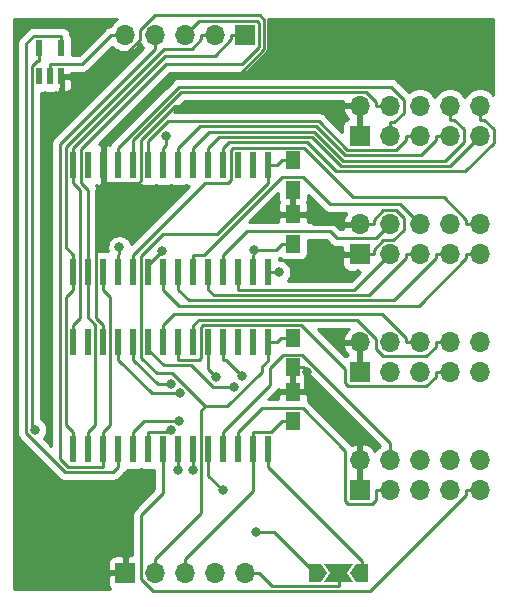
<source format=gtl>
%TF.GenerationSoftware,KiCad,Pcbnew,(5.1.6-0-10_14)*%
%TF.CreationDate,2020-09-10T14:26:16+09:00*%
%TF.ProjectId,qPCR-photo_mux_MPC506AU,71504352-2d70-4686-9f74-6f5f6d75785f,rev?*%
%TF.SameCoordinates,Original*%
%TF.FileFunction,Copper,L1,Top*%
%TF.FilePolarity,Positive*%
%FSLAX46Y46*%
G04 Gerber Fmt 4.6, Leading zero omitted, Abs format (unit mm)*
G04 Created by KiCad (PCBNEW (5.1.6-0-10_14)) date 2020-09-10 14:26:16*
%MOMM*%
%LPD*%
G01*
G04 APERTURE LIST*
%TA.AperFunction,SMDPad,CuDef*%
%ADD10R,1.250000X1.500000*%
%TD*%
%TA.AperFunction,ComponentPad*%
%ADD11O,1.700000X1.700000*%
%TD*%
%TA.AperFunction,ComponentPad*%
%ADD12R,1.700000X1.700000*%
%TD*%
%TA.AperFunction,SMDPad,CuDef*%
%ADD13C,0.100000*%
%TD*%
%TA.AperFunction,Conductor*%
%ADD14C,0.100000*%
%TD*%
%TA.AperFunction,SMDPad,CuDef*%
%ADD15R,0.558800X2.311400*%
%TD*%
%TA.AperFunction,SMDPad,CuDef*%
%ADD16R,0.558800X1.473200*%
%TD*%
%TA.AperFunction,ViaPad*%
%ADD17C,0.800000*%
%TD*%
%TA.AperFunction,Conductor*%
%ADD18C,0.250000*%
%TD*%
%TA.AperFunction,Conductor*%
%ADD19C,0.254000*%
%TD*%
G04 APERTURE END LIST*
D10*
%TO.P,C1,2*%
%TO.N,GND*%
X107335000Y-77564600D03*
%TO.P,C1,1*%
%TO.N,+10V*%
X107335000Y-75064600D03*
%TD*%
%TO.P,C2,1*%
%TO.N,-10V*%
X107338000Y-82131500D03*
%TO.P,C2,2*%
%TO.N,GND*%
X107338000Y-79631500D03*
%TD*%
%TO.P,C3,2*%
%TO.N,GND*%
X107302000Y-92581100D03*
%TO.P,C3,1*%
%TO.N,+10V*%
X107302000Y-90081100D03*
%TD*%
%TO.P,C4,1*%
%TO.N,-10V*%
X107320000Y-97137900D03*
%TO.P,C4,2*%
%TO.N,GND*%
X107320000Y-94637900D03*
%TD*%
D11*
%TO.P,J1,5*%
%TO.N,PD_MUX_OUT*%
X103298000Y-110000000D03*
%TO.P,J1,4*%
%TO.N,VCC_LOGIC*%
X100758000Y-110000000D03*
%TO.P,J1,3*%
%TO.N,-10V*%
X98218000Y-110000000D03*
%TO.P,J1,2*%
%TO.N,+10V*%
X95678000Y-110000000D03*
D12*
%TO.P,J1,1*%
%TO.N,GND*%
X93138000Y-110000000D03*
%TD*%
%TO.P,J2,1*%
%TO.N,ADDRESSA3*%
X103298000Y-64440000D03*
D11*
%TO.P,J2,2*%
%TO.N,ADDRESSA2*%
X100758000Y-64440000D03*
%TO.P,J2,3*%
%TO.N,ADDRESSA1*%
X98218000Y-64440000D03*
%TO.P,J2,4*%
%TO.N,ADDRESSA0*%
X95678000Y-64440000D03*
%TO.P,J2,5*%
%TO.N,MUX_SELECT*%
X93138000Y-64440000D03*
%TD*%
%TA.AperFunction,SMDPad,CuDef*%
D13*
%TO.P,JP1,1*%
%TO.N,/PD_MUX_OUT1*%
G36*
X110204000Y-109985000D02*
G01*
X109704000Y-110735000D01*
X108704000Y-110735000D01*
X108704000Y-109235000D01*
X109704000Y-109235000D01*
X110204000Y-109985000D01*
G37*
%TD.AperFunction*%
%TA.AperFunction,Conductor*%
D14*
%TD*%
%TO.N,PD_MUX_OUT*%
%TO.C,JP1*%
G36*
X111904000Y-109985000D02*
G01*
X112404000Y-110735000D01*
X110004000Y-110735000D01*
X110504000Y-109985000D01*
X110004000Y-109235000D01*
X112404000Y-109235000D01*
X111904000Y-109985000D01*
G37*
%TD.AperFunction*%
%TA.AperFunction,SMDPad,CuDef*%
D13*
%TO.P,JP1,3*%
%TO.N,/PD_MUX_OUT2*%
G36*
X112204000Y-109985000D02*
G01*
X112704000Y-109235000D01*
X113704000Y-109235000D01*
X113704000Y-110735000D01*
X112704000Y-110735000D01*
X112204000Y-109985000D01*
G37*
%TD.AperFunction*%
%TD*%
D11*
%TO.P,N_PD1,10*%
%TO.N,N_PD1_OUT1*%
X123160000Y-70460000D03*
%TO.P,N_PD1,9*%
%TO.N,N_PD1_OUT2*%
X123160000Y-73000000D03*
%TO.P,N_PD1,8*%
%TO.N,N_PD1_OUT3*%
X120620000Y-70460000D03*
%TO.P,N_PD1,7*%
%TO.N,N_PD1_OUT4*%
X120620000Y-73000000D03*
%TO.P,N_PD1,6*%
%TO.N,N_PD1_OUT5*%
X118080000Y-70460000D03*
%TO.P,N_PD1,5*%
%TO.N,N_PD1_OUT6*%
X118080000Y-73000000D03*
%TO.P,N_PD1,4*%
%TO.N,N_PD1_OUT7*%
X115540000Y-70460000D03*
%TO.P,N_PD1,3*%
%TO.N,N_PD1_OUT8*%
X115540000Y-73000000D03*
%TO.P,N_PD1,2*%
%TO.N,GND*%
X113000000Y-70460000D03*
D12*
%TO.P,N_PD1,1*%
X113000000Y-73000000D03*
%TD*%
%TO.P,N_PD2,1*%
%TO.N,GND*%
X113000000Y-83000000D03*
D11*
%TO.P,N_PD2,2*%
X113000000Y-80460000D03*
%TO.P,N_PD2,3*%
%TO.N,N_PD1_OUT16*%
X115540000Y-83000000D03*
%TO.P,N_PD2,4*%
%TO.N,N_PD1_OUT15*%
X115540000Y-80460000D03*
%TO.P,N_PD2,5*%
%TO.N,N_PD1_OUT14*%
X118080000Y-83000000D03*
%TO.P,N_PD2,6*%
%TO.N,N_PD1_OUT13*%
X118080000Y-80460000D03*
%TO.P,N_PD2,7*%
%TO.N,N_PD1_OUT12*%
X120620000Y-83000000D03*
%TO.P,N_PD2,8*%
%TO.N,N_PD1_OUT10*%
X120620000Y-80460000D03*
%TO.P,N_PD2,9*%
%TO.N,N_PD1_OUT11*%
X123160000Y-83000000D03*
%TO.P,N_PD2,10*%
%TO.N,N_PD1_OUT9*%
X123160000Y-80460000D03*
%TD*%
D12*
%TO.P,S_PD1,1*%
%TO.N,GND*%
X113000000Y-93000000D03*
D11*
%TO.P,S_PD1,2*%
X113000000Y-90460000D03*
%TO.P,S_PD1,3*%
%TO.N,S_PD1_OUT8*%
X115540000Y-93000000D03*
%TO.P,S_PD1,4*%
%TO.N,S_PD1_OUT7*%
X115540000Y-90460000D03*
%TO.P,S_PD1,5*%
%TO.N,S_PD1_OUT6*%
X118080000Y-93000000D03*
%TO.P,S_PD1,6*%
%TO.N,S_PD1_OUT5*%
X118080000Y-90460000D03*
%TO.P,S_PD1,7*%
%TO.N,S_PD1_OUT4*%
X120620000Y-93000000D03*
%TO.P,S_PD1,8*%
%TO.N,S_PD1_OUT3*%
X120620000Y-90460000D03*
%TO.P,S_PD1,9*%
%TO.N,S_PD1_OUT2*%
X123160000Y-93000000D03*
%TO.P,S_PD1,10*%
%TO.N,S_PD1_OUT1*%
X123160000Y-90460000D03*
%TD*%
%TO.P,S_PD2,10*%
%TO.N,S_PD1_OUT9*%
X123160000Y-100460000D03*
%TO.P,S_PD2,9*%
%TO.N,S_PD1_OUT11*%
X123160000Y-103000000D03*
%TO.P,S_PD2,8*%
%TO.N,S_PD1_OUT10*%
X120620000Y-100460000D03*
%TO.P,S_PD2,7*%
%TO.N,S_PD1_OUT12*%
X120620000Y-103000000D03*
%TO.P,S_PD2,6*%
%TO.N,S_PD1_OUT13*%
X118080000Y-100460000D03*
%TO.P,S_PD2,5*%
%TO.N,S_PD1_OUT14*%
X118080000Y-103000000D03*
%TO.P,S_PD2,4*%
%TO.N,S_PD1_OUT15*%
X115540000Y-100460000D03*
%TO.P,S_PD2,3*%
%TO.N,S_PD1_OUT16*%
X115540000Y-103000000D03*
%TO.P,S_PD2,2*%
%TO.N,GND*%
X113000000Y-100460000D03*
D12*
%TO.P,S_PD2,1*%
X113000000Y-103000000D03*
%TD*%
D15*
%TO.P,U1,1*%
%TO.N,+10V*%
X105255000Y-90478800D03*
%TO.P,U1,2*%
%TO.N,Net-(U1-Pad2)*%
X103985000Y-90478800D03*
%TO.P,U1,3*%
%TO.N,Net-(U1-Pad3)*%
X102715000Y-90478800D03*
%TO.P,U1,4*%
%TO.N,S_PD1_OUT1*%
X101445000Y-90478800D03*
%TO.P,U1,5*%
%TO.N,S_PD1_OUT2*%
X100175000Y-90478800D03*
%TO.P,U1,6*%
%TO.N,S_PD1_OUT3*%
X98905000Y-90478800D03*
%TO.P,U1,7*%
%TO.N,S_PD1_OUT4*%
X97635000Y-90478800D03*
%TO.P,U1,8*%
%TO.N,S_PD1_OUT5*%
X96365000Y-90478800D03*
%TO.P,U1,9*%
%TO.N,S_PD1_OUT6*%
X95095000Y-90478800D03*
%TO.P,U1,10*%
%TO.N,S_PD1_OUT7*%
X93825000Y-90478800D03*
%TO.P,U1,11*%
%TO.N,S_PD1_OUT8*%
X92555000Y-90478800D03*
%TO.P,U1,12*%
%TO.N,GND*%
X91285000Y-90478800D03*
%TO.P,U1,13*%
%TO.N,Net-(U1-Pad13)*%
X90015000Y-90478800D03*
%TO.P,U1,14*%
%TO.N,ADDRESSA3*%
X88745000Y-90478800D03*
%TO.P,U1,15*%
%TO.N,ADDRESSA2*%
X88745000Y-99521200D03*
%TO.P,U1,16*%
%TO.N,ADDRESSA1*%
X90015000Y-99521200D03*
%TO.P,U1,17*%
%TO.N,ADDRESSA0*%
X91285000Y-99521200D03*
%TO.P,U1,18*%
%TO.N,/MUX_SELECT_INV*%
X92555000Y-99521200D03*
%TO.P,U1,19*%
%TO.N,S_PD1_OUT9*%
X93825000Y-99521200D03*
%TO.P,U1,20*%
%TO.N,S_PD1_OUT10*%
X95095000Y-99521200D03*
%TO.P,U1,21*%
%TO.N,S_PD1_OUT11*%
X96365000Y-99521200D03*
%TO.P,U1,22*%
%TO.N,S_PD1_OUT12*%
X97635000Y-99521200D03*
%TO.P,U1,23*%
%TO.N,S_PD1_OUT13*%
X98905000Y-99521200D03*
%TO.P,U1,24*%
%TO.N,S_PD1_OUT14*%
X100175000Y-99521200D03*
%TO.P,U1,25*%
%TO.N,S_PD1_OUT15*%
X101445000Y-99521200D03*
%TO.P,U1,26*%
%TO.N,S_PD1_OUT16*%
X102715000Y-99521200D03*
%TO.P,U1,27*%
%TO.N,-10V*%
X103985000Y-99521200D03*
%TO.P,U1,28*%
%TO.N,/PD_MUX_OUT2*%
X105255000Y-99521200D03*
%TD*%
D16*
%TO.P,U2,5*%
%TO.N,VCC_LOGIC*%
X85818899Y-65575200D03*
%TO.P,U2,4*%
%TO.N,/MUX_SELECT_INV*%
X87718901Y-65575200D03*
%TO.P,U2,3*%
%TO.N,GND*%
X87718901Y-67962800D03*
%TO.P,U2,2*%
%TO.N,MUX_SELECT*%
X86768900Y-67962800D03*
%TO.P,U2,1*%
%TO.N,Net-(U2-Pad1)*%
X85818899Y-67962800D03*
%TD*%
D15*
%TO.P,U3,28*%
%TO.N,/PD_MUX_OUT1*%
X105255000Y-84521200D03*
%TO.P,U3,27*%
%TO.N,-10V*%
X103985000Y-84521200D03*
%TO.P,U3,26*%
%TO.N,N_PD1_OUT16*%
X102715000Y-84521200D03*
%TO.P,U3,25*%
%TO.N,N_PD1_OUT15*%
X101445000Y-84521200D03*
%TO.P,U3,24*%
%TO.N,N_PD1_OUT14*%
X100175000Y-84521200D03*
%TO.P,U3,23*%
%TO.N,N_PD1_OUT13*%
X98905000Y-84521200D03*
%TO.P,U3,22*%
%TO.N,N_PD1_OUT12*%
X97635000Y-84521200D03*
%TO.P,U3,21*%
%TO.N,N_PD1_OUT11*%
X96365000Y-84521200D03*
%TO.P,U3,20*%
%TO.N,N_PD1_OUT10*%
X95095000Y-84521200D03*
%TO.P,U3,19*%
%TO.N,N_PD1_OUT9*%
X93825000Y-84521200D03*
%TO.P,U3,18*%
%TO.N,MUX_SELECT*%
X92555000Y-84521200D03*
%TO.P,U3,17*%
%TO.N,ADDRESSA0*%
X91285000Y-84521200D03*
%TO.P,U3,16*%
%TO.N,ADDRESSA1*%
X90015000Y-84521200D03*
%TO.P,U3,15*%
%TO.N,ADDRESSA2*%
X88745000Y-84521200D03*
%TO.P,U3,14*%
%TO.N,ADDRESSA3*%
X88745000Y-75478800D03*
%TO.P,U3,13*%
%TO.N,Net-(U3-Pad13)*%
X90015000Y-75478800D03*
%TO.P,U3,12*%
%TO.N,GND*%
X91285000Y-75478800D03*
%TO.P,U3,11*%
%TO.N,N_PD1_OUT8*%
X92555000Y-75478800D03*
%TO.P,U3,10*%
%TO.N,N_PD1_OUT7*%
X93825000Y-75478800D03*
%TO.P,U3,9*%
%TO.N,N_PD1_OUT6*%
X95095000Y-75478800D03*
%TO.P,U3,8*%
%TO.N,N_PD1_OUT5*%
X96365000Y-75478800D03*
%TO.P,U3,7*%
%TO.N,N_PD1_OUT4*%
X97635000Y-75478800D03*
%TO.P,U3,6*%
%TO.N,N_PD1_OUT3*%
X98905000Y-75478800D03*
%TO.P,U3,5*%
%TO.N,N_PD1_OUT2*%
X100175000Y-75478800D03*
%TO.P,U3,4*%
%TO.N,N_PD1_OUT1*%
X101445000Y-75478800D03*
%TO.P,U3,3*%
%TO.N,Net-(U3-Pad3)*%
X102715000Y-75478800D03*
%TO.P,U3,2*%
%TO.N,Net-(U3-Pad2)*%
X103985000Y-75478800D03*
%TO.P,U3,1*%
%TO.N,+10V*%
X105255000Y-75478800D03*
%TD*%
D17*
%TO.N,GND*%
X108552100Y-93000000D03*
%TO.N,-10V*%
X104062200Y-82657600D03*
%TO.N,VCC_LOGIC*%
X85500100Y-97864000D03*
%TO.N,MUX_SELECT*%
X92632200Y-82421900D03*
%TO.N,/PD_MUX_OUT1*%
X104195900Y-106550000D03*
X106152400Y-84521200D03*
%TO.N,N_PD1_OUT5*%
X96563500Y-72975900D03*
%TO.N,N_PD1_OUT10*%
X96244100Y-82746900D03*
%TO.N,S_PD1_OUT8*%
X97752500Y-94784700D03*
%TO.N,S_PD1_OUT7*%
X97031600Y-94040100D03*
%TO.N,S_PD1_OUT6*%
X102341800Y-94268300D03*
%TO.N,S_PD1_OUT2*%
X100851400Y-93365400D03*
%TO.N,S_PD1_OUT1*%
X103005900Y-93310600D03*
%TO.N,S_PD1_OUT9*%
X97696900Y-97100900D03*
%TO.N,S_PD1_OUT10*%
X97004900Y-97853000D03*
%TO.N,S_PD1_OUT12*%
X97631500Y-101302600D03*
%TO.N,S_PD1_OUT13*%
X98836700Y-101290000D03*
%TO.N,S_PD1_OUT14*%
X101391600Y-103015600D03*
%TD*%
D18*
%TO.N,GND*%
X113000000Y-70460000D02*
X111824700Y-70460000D01*
X91285100Y-76959900D02*
X91285000Y-76959800D01*
X91285000Y-88997800D02*
X90680300Y-88393100D01*
X90680300Y-88393100D02*
X90680300Y-77564700D01*
X90680300Y-77564700D02*
X91285100Y-76959900D01*
X111824700Y-70460000D02*
X97362800Y-70460000D01*
X97362800Y-70460000D02*
X94490200Y-73332600D01*
X94490200Y-73332600D02*
X94490200Y-76737400D01*
X94490200Y-76737400D02*
X94267700Y-76959900D01*
X94267700Y-76959900D02*
X91285100Y-76959900D01*
X91285000Y-75478800D02*
X91285000Y-73997800D01*
X87718900Y-67962800D02*
X91277800Y-67962800D01*
X91277800Y-67962800D02*
X94408000Y-64832600D01*
X94408000Y-64832600D02*
X94408000Y-63996600D01*
X94408000Y-63996600D02*
X95622000Y-62782600D01*
X95622000Y-62782600D02*
X104565700Y-62782600D01*
X104565700Y-62782600D02*
X104923900Y-63140800D01*
X104923900Y-63140800D02*
X104923900Y-65648000D01*
X104923900Y-65648000D02*
X102835600Y-67736300D01*
X102835600Y-67736300D02*
X97546500Y-67736300D01*
X97546500Y-67736300D02*
X91285000Y-73997800D01*
X91285000Y-76219300D02*
X91285000Y-75478800D01*
X91285000Y-76219300D02*
X91285000Y-76959800D01*
X91285000Y-90478800D02*
X91285000Y-88997800D01*
X107338000Y-79631500D02*
X108288300Y-79631500D01*
X113000000Y-80460000D02*
X109116800Y-80460000D01*
X109116800Y-80460000D02*
X108288300Y-79631500D01*
X113587700Y-80460000D02*
X113000000Y-80460000D01*
X113587700Y-80460000D02*
X114175300Y-80460000D01*
X113000000Y-83000000D02*
X114175300Y-83000000D01*
X114175300Y-80460000D02*
X114175300Y-80092600D01*
X114175300Y-80092600D02*
X114983200Y-79284700D01*
X114983200Y-79284700D02*
X116029000Y-79284700D01*
X116029000Y-79284700D02*
X116715400Y-79971100D01*
X116715400Y-79971100D02*
X116715400Y-80949400D01*
X116715400Y-80949400D02*
X115840100Y-81824700D01*
X115840100Y-81824700D02*
X114983200Y-81824700D01*
X114983200Y-81824700D02*
X114175300Y-82632600D01*
X114175300Y-82632600D02*
X114175300Y-83000000D01*
X108353200Y-94637900D02*
X113000000Y-99284700D01*
X108270300Y-94637900D02*
X108353200Y-94637900D01*
X108353200Y-94637900D02*
X108353200Y-93198900D01*
X108353200Y-93198900D02*
X108552100Y-93000000D01*
X108252300Y-92581100D02*
X108252300Y-92700200D01*
X108252300Y-92700200D02*
X108552100Y-93000000D01*
X107302000Y-92581100D02*
X108252300Y-92581100D01*
X107320000Y-94637900D02*
X108270300Y-94637900D01*
X113000000Y-103000000D02*
X113000000Y-100460000D01*
X113000000Y-100460000D02*
X113000000Y-99284700D01*
X107338000Y-79631500D02*
X107338000Y-78556200D01*
X107338000Y-78556200D02*
X107335000Y-78553200D01*
X107335000Y-78553200D02*
X107335000Y-77564600D01*
X113000000Y-90460000D02*
X113000000Y-93000000D01*
%TO.N,+10V*%
X105255000Y-76959800D02*
X100875600Y-81339200D01*
X100875600Y-81339200D02*
X96335700Y-81339200D01*
X96335700Y-81339200D02*
X94490200Y-83184700D01*
X94490200Y-83184700D02*
X94490200Y-91789200D01*
X94490200Y-91789200D02*
X95786800Y-93085800D01*
X95786800Y-93085800D02*
X97111100Y-93085800D01*
X97111100Y-93085800D02*
X99917200Y-95891900D01*
X99917200Y-95891900D02*
X101744000Y-95891900D01*
X101744000Y-95891900D02*
X104678500Y-92957400D01*
X104678500Y-92957400D02*
X104678500Y-92536300D01*
X104678500Y-92536300D02*
X105255000Y-91959800D01*
X99917200Y-95891900D02*
X99562200Y-96246900D01*
X99562200Y-96246900D02*
X99562200Y-104940500D01*
X99562200Y-104940500D02*
X95678000Y-108824700D01*
X95678000Y-110000000D02*
X95678000Y-108824700D01*
X105255000Y-75478800D02*
X105255000Y-76959800D01*
X105255000Y-90478800D02*
X105255000Y-91959800D01*
X105255000Y-75478800D02*
X105970500Y-75478800D01*
X105970500Y-75478800D02*
X106384700Y-75064600D01*
X107335000Y-75064600D02*
X106384700Y-75064600D01*
X107302000Y-90081100D02*
X106351700Y-90081100D01*
X105255000Y-90478800D02*
X105954000Y-90478800D01*
X105954000Y-90478800D02*
X106351700Y-90081100D01*
%TO.N,-10V*%
X107320000Y-97137900D02*
X106369700Y-97137900D01*
X103985000Y-99521200D02*
X103985000Y-98040200D01*
X103985000Y-98040200D02*
X105467400Y-98040200D01*
X105467400Y-98040200D02*
X106369700Y-97137900D01*
X98218000Y-108824700D02*
X103985000Y-103057700D01*
X103985000Y-103057700D02*
X103985000Y-99521200D01*
X98218000Y-110000000D02*
X98218000Y-108824700D01*
X104062200Y-82657600D02*
X105861600Y-82657600D01*
X105861600Y-82657600D02*
X106387700Y-82131500D01*
X103985000Y-83040200D02*
X104062200Y-82963000D01*
X104062200Y-82963000D02*
X104062200Y-82657600D01*
X107338000Y-82131500D02*
X106387700Y-82131500D01*
X103985000Y-84521200D02*
X103985000Y-83040200D01*
%TO.N,PD_MUX_OUT*%
X103298000Y-110000000D02*
X104473300Y-110000000D01*
X111204000Y-109985000D02*
X111204000Y-111060300D01*
X111204000Y-111060300D02*
X105533600Y-111060300D01*
X105533600Y-111060300D02*
X104473300Y-110000000D01*
%TO.N,VCC_LOGIC*%
X85818900Y-66637100D02*
X85667600Y-66637100D01*
X85667600Y-66637100D02*
X85214200Y-67090500D01*
X85214200Y-67090500D02*
X85214200Y-97578100D01*
X85214200Y-97578100D02*
X85500100Y-97864000D01*
X85818900Y-65575200D02*
X85818900Y-66637100D01*
%TO.N,ADDRESSA3*%
X88745000Y-73997800D02*
X96517900Y-66224900D01*
X96517900Y-66224900D02*
X100705100Y-66224900D01*
X100705100Y-66224900D02*
X102122700Y-64807300D01*
X102122700Y-64807300D02*
X102122700Y-64440000D01*
X103298000Y-64440000D02*
X102122700Y-64440000D01*
X88745000Y-75478800D02*
X88745000Y-73997800D01*
X88745000Y-76219300D02*
X88745000Y-75478800D01*
X88745000Y-76219300D02*
X88745000Y-76959800D01*
X88745000Y-90478800D02*
X88745000Y-88997800D01*
X88745000Y-76959800D02*
X89349700Y-77564500D01*
X89349700Y-77564500D02*
X89349700Y-88393100D01*
X89349700Y-88393100D02*
X88745000Y-88997800D01*
%TO.N,ADDRESSA2*%
X100758000Y-64440000D02*
X99582700Y-64440000D01*
X88745000Y-84521200D02*
X88745000Y-83040200D01*
X88745000Y-83040200D02*
X88140200Y-82435400D01*
X88140200Y-82435400D02*
X88140200Y-73913600D01*
X88140200Y-73913600D02*
X96438500Y-65615300D01*
X96438500Y-65615300D02*
X98774800Y-65615300D01*
X98774800Y-65615300D02*
X99582700Y-64807400D01*
X99582700Y-64807400D02*
X99582700Y-64440000D01*
X88745000Y-85261700D02*
X88745000Y-84521200D01*
X88745000Y-85261700D02*
X88745000Y-86002200D01*
X88745000Y-98040200D02*
X88140300Y-97435500D01*
X88140300Y-97435500D02*
X88140300Y-86606900D01*
X88140300Y-86606900D02*
X88745000Y-86002200D01*
X88745000Y-99521200D02*
X88745000Y-98040200D01*
%TO.N,ADDRESSA1*%
X98218000Y-64440000D02*
X99418000Y-63240000D01*
X99418000Y-63240000D02*
X104318500Y-63240000D01*
X104318500Y-63240000D02*
X104473400Y-63394900D01*
X104473400Y-63394900D02*
X104473400Y-65461600D01*
X104473400Y-65461600D02*
X103023300Y-66911700D01*
X103023300Y-66911700D02*
X96619100Y-66911700D01*
X96619100Y-66911700D02*
X89410200Y-74120600D01*
X89410200Y-74120600D02*
X89410200Y-76988100D01*
X89410200Y-76988100D02*
X90015000Y-77592900D01*
X90015000Y-77592900D02*
X90015000Y-84521200D01*
X90015000Y-99521200D02*
X90015000Y-98040200D01*
X90015000Y-84521200D02*
X90015000Y-88364700D01*
X90015000Y-88364700D02*
X90619700Y-88969400D01*
X90619700Y-88969400D02*
X90619700Y-97435500D01*
X90619700Y-97435500D02*
X90015000Y-98040200D01*
%TO.N,ADDRESSA0*%
X95678000Y-65615300D02*
X87633200Y-73660100D01*
X87633200Y-73660100D02*
X87633200Y-100365400D01*
X87633200Y-100365400D02*
X88270000Y-101002200D01*
X88270000Y-101002200D02*
X91285000Y-101002200D01*
X91285000Y-99521200D02*
X91285000Y-101002200D01*
X95678000Y-64440000D02*
X95678000Y-65615300D01*
X91285000Y-99521200D02*
X91285000Y-98040200D01*
X91285000Y-84521200D02*
X91285000Y-86002200D01*
X91285000Y-86002200D02*
X91889700Y-86606900D01*
X91889700Y-86606900D02*
X91889700Y-97435500D01*
X91889700Y-97435500D02*
X91285000Y-98040200D01*
%TO.N,MUX_SELECT*%
X92555000Y-84521200D02*
X92555000Y-83040200D01*
X92555000Y-83040200D02*
X92632200Y-82963000D01*
X92632200Y-82963000D02*
X92632200Y-82421900D01*
X86768900Y-67962800D02*
X86768900Y-66900900D01*
X93138000Y-64440000D02*
X91962700Y-64440000D01*
X91962700Y-64440000D02*
X89501800Y-66900900D01*
X89501800Y-66900900D02*
X86768900Y-66900900D01*
%TO.N,/PD_MUX_OUT1*%
X105255000Y-84521200D02*
X106152400Y-84521200D01*
X104195900Y-106550000D02*
X105769000Y-106550000D01*
X105769000Y-106550000D02*
X109204000Y-109985000D01*
%TO.N,/PD_MUX_OUT2*%
X105255000Y-99521200D02*
X105255000Y-101002200D01*
X105255000Y-101002200D02*
X113204000Y-108951200D01*
X113204000Y-108951200D02*
X113204000Y-109985000D01*
%TO.N,N_PD1_OUT1*%
X101445000Y-73997800D02*
X101904000Y-73538800D01*
X101904000Y-73538800D02*
X108537500Y-73538800D01*
X108537500Y-73538800D02*
X110978200Y-75979500D01*
X110978200Y-75979500D02*
X121912400Y-75979500D01*
X121912400Y-75979500D02*
X124335300Y-73556600D01*
X124335300Y-73556600D02*
X124335300Y-72443200D01*
X124335300Y-72443200D02*
X123527400Y-71635300D01*
X123527400Y-71635300D02*
X123160000Y-71635300D01*
X123160000Y-70460000D02*
X123160000Y-71635300D01*
X101445000Y-75478800D02*
X101445000Y-73997800D01*
%TO.N,N_PD1_OUT2*%
X100175000Y-73997800D02*
X101089900Y-73082900D01*
X101089900Y-73082900D02*
X108939800Y-73082900D01*
X108939800Y-73082900D02*
X111386100Y-75529200D01*
X111386100Y-75529200D02*
X120630800Y-75529200D01*
X120630800Y-75529200D02*
X123160000Y-73000000D01*
X100175000Y-75478800D02*
X100175000Y-73997800D01*
%TO.N,N_PD1_OUT3*%
X98905000Y-73997800D02*
X100270200Y-72632600D01*
X100270200Y-72632600D02*
X109126500Y-72632600D01*
X109126500Y-72632600D02*
X111572800Y-75078900D01*
X111572800Y-75078900D02*
X120207500Y-75078900D01*
X120207500Y-75078900D02*
X121795300Y-73491100D01*
X121795300Y-73491100D02*
X121795300Y-72443200D01*
X121795300Y-72443200D02*
X120987400Y-71635300D01*
X120987400Y-71635300D02*
X120620000Y-71635300D01*
X120620000Y-70460000D02*
X120620000Y-71635300D01*
X98905000Y-75478800D02*
X98905000Y-73997800D01*
%TO.N,N_PD1_OUT4*%
X97635000Y-73997800D02*
X99450500Y-72182300D01*
X99450500Y-72182300D02*
X109313100Y-72182300D01*
X109313100Y-72182300D02*
X111759400Y-74628600D01*
X111759400Y-74628600D02*
X118183500Y-74628600D01*
X118183500Y-74628600D02*
X119444700Y-73367400D01*
X119444700Y-73367400D02*
X119444700Y-73000000D01*
X120620000Y-73000000D02*
X119444700Y-73000000D01*
X97635000Y-75478800D02*
X97635000Y-73997800D01*
%TO.N,N_PD1_OUT5*%
X96365000Y-75478800D02*
X96365000Y-73997800D01*
X96365000Y-73997800D02*
X96563500Y-73799300D01*
X96563500Y-73799300D02*
X96563500Y-72975900D01*
%TO.N,N_PD1_OUT6*%
X118080000Y-73000000D02*
X116904700Y-73000000D01*
X95095000Y-75478800D02*
X95095000Y-73997800D01*
X95095000Y-73997800D02*
X95095000Y-73396800D01*
X95095000Y-73396800D02*
X96761900Y-71729900D01*
X96761900Y-71729900D02*
X109501200Y-71729900D01*
X109501200Y-71729900D02*
X111949600Y-74178300D01*
X111949600Y-74178300D02*
X116029300Y-74178300D01*
X116029300Y-74178300D02*
X116904700Y-73302900D01*
X116904700Y-73302900D02*
X116904700Y-73000000D01*
%TO.N,N_PD1_OUT7*%
X114364700Y-70460000D02*
X114364700Y-70092600D01*
X114364700Y-70092600D02*
X113556800Y-69284700D01*
X113556800Y-69284700D02*
X97901200Y-69284700D01*
X97901200Y-69284700D02*
X93825000Y-73360900D01*
X93825000Y-73360900D02*
X93825000Y-73997800D01*
X115540000Y-70460000D02*
X114364700Y-70460000D01*
X93825000Y-75478800D02*
X93825000Y-73997800D01*
%TO.N,N_PD1_OUT8*%
X115540000Y-71824700D02*
X115907400Y-71824700D01*
X115907400Y-71824700D02*
X116715300Y-71016800D01*
X116715300Y-71016800D02*
X116715300Y-69921700D01*
X116715300Y-69921700D02*
X115618700Y-68825100D01*
X115618700Y-68825100D02*
X97723900Y-68825100D01*
X97723900Y-68825100D02*
X92555000Y-73994000D01*
X92555000Y-73994000D02*
X92555000Y-73997800D01*
X115540000Y-73000000D02*
X115540000Y-71824700D01*
X92555000Y-75478800D02*
X92555000Y-73997800D01*
%TO.N,N_PD1_OUT16*%
X102715000Y-84521200D02*
X102715000Y-86002200D01*
X102715000Y-86002200D02*
X112537800Y-86002200D01*
X112537800Y-86002200D02*
X115540000Y-83000000D01*
%TO.N,N_PD1_OUT15*%
X101445000Y-84521200D02*
X101445000Y-83040200D01*
X101445000Y-83040200D02*
X103429100Y-81056100D01*
X103429100Y-81056100D02*
X110437600Y-81056100D01*
X110437600Y-81056100D02*
X111034700Y-81653200D01*
X111034700Y-81653200D02*
X114346800Y-81653200D01*
X114346800Y-81653200D02*
X115540000Y-80460000D01*
%TO.N,N_PD1_OUT14*%
X118080000Y-83000000D02*
X116904700Y-83000000D01*
X100175000Y-84521200D02*
X100175000Y-86002200D01*
X100175000Y-86002200D02*
X100627300Y-86454500D01*
X100627300Y-86454500D02*
X113817500Y-86454500D01*
X113817500Y-86454500D02*
X116904700Y-83367300D01*
X116904700Y-83367300D02*
X116904700Y-83000000D01*
%TO.N,N_PD1_OUT13*%
X98905000Y-84521200D02*
X98905000Y-83040200D01*
X98905000Y-83040200D02*
X99826600Y-83040200D01*
X99826600Y-83040200D02*
X106377600Y-76489200D01*
X106377600Y-76489200D02*
X108180800Y-76489200D01*
X108180800Y-76489200D02*
X110453000Y-78761400D01*
X110453000Y-78761400D02*
X116381400Y-78761400D01*
X116381400Y-78761400D02*
X118080000Y-80460000D01*
%TO.N,N_PD1_OUT12*%
X119444700Y-83000000D02*
X119444700Y-83367300D01*
X119444700Y-83367300D02*
X115903800Y-86908200D01*
X115903800Y-86908200D02*
X98541000Y-86908200D01*
X98541000Y-86908200D02*
X97635000Y-86002200D01*
X120620000Y-83000000D02*
X119444700Y-83000000D01*
X97635000Y-84521200D02*
X97635000Y-86002200D01*
%TO.N,N_PD1_OUT10*%
X95095000Y-84521200D02*
X95095000Y-83896000D01*
X95095000Y-83896000D02*
X96244100Y-82746900D01*
%TO.N,N_PD1_OUT11*%
X123160000Y-83000000D02*
X121984700Y-83000000D01*
X96365000Y-84521200D02*
X96365000Y-86002200D01*
X96365000Y-86002200D02*
X97721400Y-87358600D01*
X97721400Y-87358600D02*
X117993400Y-87358600D01*
X117993400Y-87358600D02*
X121984700Y-83367300D01*
X121984700Y-83367300D02*
X121984700Y-83000000D01*
%TO.N,N_PD1_OUT9*%
X93825000Y-83040200D02*
X99905400Y-76959800D01*
X99905400Y-76959800D02*
X101859200Y-76959800D01*
X101859200Y-76959800D02*
X102090500Y-76728500D01*
X102090500Y-76728500D02*
X102090500Y-74160400D01*
X102090500Y-74160400D02*
X102261700Y-73989200D01*
X102261700Y-73989200D02*
X108254200Y-73989200D01*
X108254200Y-73989200D02*
X112459700Y-78194700D01*
X112459700Y-78194700D02*
X120086700Y-78194700D01*
X120086700Y-78194700D02*
X121984700Y-80092700D01*
X121984700Y-80092700D02*
X121984700Y-80460000D01*
X123160000Y-80460000D02*
X121984700Y-80460000D01*
X93825000Y-84521200D02*
X93825000Y-83040200D01*
%TO.N,S_PD1_OUT8*%
X92555000Y-91959800D02*
X95379900Y-94784700D01*
X95379900Y-94784700D02*
X97752500Y-94784700D01*
X92555000Y-90478800D02*
X92555000Y-91959800D01*
%TO.N,S_PD1_OUT7*%
X93825000Y-91959800D02*
X95905300Y-94040100D01*
X95905300Y-94040100D02*
X97031600Y-94040100D01*
X93825000Y-90478800D02*
X93825000Y-91959800D01*
%TO.N,S_PD1_OUT6*%
X95095000Y-90478800D02*
X95095000Y-91117900D01*
X95095000Y-91117900D02*
X96387300Y-92410200D01*
X96387300Y-92410200D02*
X98670700Y-92410200D01*
X98670700Y-92410200D02*
X100528800Y-94268300D01*
X100528800Y-94268300D02*
X102341800Y-94268300D01*
%TO.N,S_PD1_OUT5*%
X118080000Y-90460000D02*
X116904700Y-90460000D01*
X96365000Y-90478800D02*
X96365000Y-88997800D01*
X96365000Y-88997800D02*
X97268200Y-88094600D01*
X97268200Y-88094600D02*
X114906600Y-88094600D01*
X114906600Y-88094600D02*
X116904700Y-90092700D01*
X116904700Y-90092700D02*
X116904700Y-90460000D01*
%TO.N,S_PD1_OUT4*%
X97635000Y-91959800D02*
X99379700Y-91959800D01*
X99379700Y-91959800D02*
X99540000Y-91799500D01*
X99540000Y-91799500D02*
X99540000Y-89172900D01*
X99540000Y-89172900D02*
X99715100Y-88997800D01*
X99715100Y-88997800D02*
X108053800Y-88997800D01*
X108053800Y-88997800D02*
X111763500Y-92707500D01*
X111763500Y-92707500D02*
X111763500Y-93943800D01*
X111763500Y-93943800D02*
X112019200Y-94199500D01*
X112019200Y-94199500D02*
X118612600Y-94199500D01*
X118612600Y-94199500D02*
X119444700Y-93367400D01*
X119444700Y-93367400D02*
X119444700Y-93000000D01*
X120620000Y-93000000D02*
X119444700Y-93000000D01*
X97635000Y-90478800D02*
X97635000Y-91959800D01*
%TO.N,S_PD1_OUT3*%
X120620000Y-90460000D02*
X119444700Y-90460000D01*
X98905000Y-90478800D02*
X98905000Y-88997800D01*
X98905000Y-88997800D02*
X99355300Y-88547500D01*
X99355300Y-88547500D02*
X112764700Y-88547500D01*
X112764700Y-88547500D02*
X114364600Y-90147400D01*
X114364600Y-90147400D02*
X114364600Y-91037700D01*
X114364600Y-91037700D02*
X114962200Y-91635300D01*
X114962200Y-91635300D02*
X118636800Y-91635300D01*
X118636800Y-91635300D02*
X119444700Y-90827400D01*
X119444700Y-90827400D02*
X119444700Y-90460000D01*
%TO.N,S_PD1_OUT2*%
X100175000Y-90478800D02*
X100175000Y-92689000D01*
X100175000Y-92689000D02*
X100851400Y-93365400D01*
%TO.N,S_PD1_OUT1*%
X101445000Y-91959800D02*
X101655100Y-91959800D01*
X101655100Y-91959800D02*
X103005900Y-93310600D01*
X101445000Y-90478800D02*
X101445000Y-91959800D01*
%TO.N,S_PD1_OUT9*%
X93825000Y-98040200D02*
X94764300Y-97100900D01*
X94764300Y-97100900D02*
X97696900Y-97100900D01*
X93825000Y-99521200D02*
X93825000Y-98040200D01*
%TO.N,S_PD1_OUT11*%
X123160000Y-103000000D02*
X121984700Y-103000000D01*
X96365000Y-99521200D02*
X96365000Y-103230700D01*
X96365000Y-103230700D02*
X94481000Y-105114700D01*
X94481000Y-105114700D02*
X94481000Y-110509300D01*
X94481000Y-110509300D02*
X95500500Y-111528800D01*
X95500500Y-111528800D02*
X113823200Y-111528800D01*
X113823200Y-111528800D02*
X121984700Y-103367300D01*
X121984700Y-103367300D02*
X121984700Y-103000000D01*
%TO.N,S_PD1_OUT10*%
X95095000Y-98040200D02*
X96817700Y-98040200D01*
X96817700Y-98040200D02*
X97004900Y-97853000D01*
X95095000Y-99521200D02*
X95095000Y-98040200D01*
%TO.N,S_PD1_OUT12*%
X97635000Y-99521200D02*
X97635000Y-101002200D01*
X97635000Y-101002200D02*
X97631500Y-101005700D01*
X97631500Y-101005700D02*
X97631500Y-101302600D01*
%TO.N,S_PD1_OUT13*%
X98905000Y-101002200D02*
X98905000Y-101221700D01*
X98905000Y-101221700D02*
X98836700Y-101290000D01*
X98905000Y-99521200D02*
X98905000Y-101002200D01*
%TO.N,S_PD1_OUT14*%
X100175000Y-99521200D02*
X100175000Y-101799000D01*
X100175000Y-101799000D02*
X101391600Y-103015600D01*
%TO.N,S_PD1_OUT15*%
X101445000Y-98040200D02*
X105409900Y-94075300D01*
X105409900Y-94075300D02*
X105409900Y-92615100D01*
X105409900Y-92615100D02*
X106519300Y-91505700D01*
X106519300Y-91505700D02*
X108085500Y-91505700D01*
X108085500Y-91505700D02*
X115540000Y-98960200D01*
X115540000Y-98960200D02*
X115540000Y-99284700D01*
X101445000Y-99521200D02*
X101445000Y-98040200D01*
X115540000Y-100460000D02*
X115540000Y-99284700D01*
%TO.N,S_PD1_OUT16*%
X115540000Y-103000000D02*
X114364700Y-103000000D01*
X102715000Y-99521200D02*
X102715000Y-98040200D01*
X102715000Y-98040200D02*
X104692700Y-96062500D01*
X104692700Y-96062500D02*
X108150100Y-96062500D01*
X108150100Y-96062500D02*
X111739300Y-99651700D01*
X111739300Y-99651700D02*
X111739300Y-103941900D01*
X111739300Y-103941900D02*
X111972700Y-104175300D01*
X111972700Y-104175300D02*
X113997500Y-104175300D01*
X113997500Y-104175300D02*
X114364700Y-103808100D01*
X114364700Y-103808100D02*
X114364700Y-103000000D01*
%TO.N,/MUX_SELECT_INV*%
X87718900Y-64513300D02*
X85404700Y-64513300D01*
X85404700Y-64513300D02*
X84761000Y-65157000D01*
X84761000Y-65157000D02*
X84761000Y-98181100D01*
X84761000Y-98181100D02*
X88032400Y-101452500D01*
X88032400Y-101452500D02*
X92104700Y-101452500D01*
X92104700Y-101452500D02*
X92555000Y-101002200D01*
X92555000Y-99521200D02*
X92555000Y-101002200D01*
X87718900Y-65575200D02*
X87718900Y-64513300D01*
%TD*%
D19*
%TO.N,GND*%
G36*
X92191368Y-63286525D02*
G01*
X91984525Y-63493368D01*
X91855204Y-63686911D01*
X91813714Y-63690997D01*
X91670453Y-63734454D01*
X91538423Y-63805026D01*
X91454783Y-63873668D01*
X91422699Y-63899999D01*
X91398901Y-63928997D01*
X89186999Y-66140900D01*
X88636373Y-66140900D01*
X88636373Y-64838600D01*
X88624113Y-64714118D01*
X88587803Y-64594420D01*
X88528838Y-64484106D01*
X88473000Y-64416067D01*
X88467903Y-64364314D01*
X88424446Y-64221053D01*
X88353874Y-64089024D01*
X88258901Y-63973299D01*
X88143176Y-63878326D01*
X88011147Y-63807754D01*
X87867886Y-63764297D01*
X87756233Y-63753300D01*
X87718900Y-63749623D01*
X87681567Y-63753300D01*
X85442022Y-63753300D01*
X85404699Y-63749624D01*
X85367376Y-63753300D01*
X85367367Y-63753300D01*
X85255714Y-63764297D01*
X85112453Y-63807754D01*
X84980424Y-63878326D01*
X84864699Y-63973299D01*
X84840900Y-64002298D01*
X84250002Y-64593197D01*
X84220999Y-64616999D01*
X84165871Y-64684174D01*
X84126026Y-64732724D01*
X84055709Y-64864277D01*
X84055454Y-64864754D01*
X84011997Y-65008015D01*
X84001000Y-65119668D01*
X84001000Y-65119678D01*
X83997324Y-65157000D01*
X84001000Y-65194322D01*
X84001001Y-98143767D01*
X83997324Y-98181100D01*
X84001001Y-98218433D01*
X84011998Y-98330086D01*
X84015993Y-98343256D01*
X84055454Y-98473346D01*
X84126026Y-98605376D01*
X84197201Y-98692102D01*
X84221000Y-98721101D01*
X84249998Y-98744899D01*
X87468601Y-101963503D01*
X87492399Y-101992501D01*
X87608124Y-102087474D01*
X87740153Y-102158046D01*
X87883414Y-102201503D01*
X87995067Y-102212500D01*
X87995076Y-102212500D01*
X88032399Y-102216176D01*
X88069722Y-102212500D01*
X92067378Y-102212500D01*
X92104700Y-102216176D01*
X92142022Y-102212500D01*
X92142033Y-102212500D01*
X92253686Y-102201503D01*
X92396947Y-102158046D01*
X92528976Y-102087474D01*
X92644701Y-101992501D01*
X92668504Y-101963497D01*
X93065997Y-101566004D01*
X93095001Y-101542201D01*
X93189974Y-101426476D01*
X93260546Y-101294447D01*
X93273569Y-101251515D01*
X93301420Y-101266402D01*
X93421118Y-101302712D01*
X93545600Y-101314972D01*
X94104400Y-101314972D01*
X94228882Y-101302712D01*
X94348580Y-101266402D01*
X94458894Y-101207437D01*
X94460000Y-101206529D01*
X94461106Y-101207437D01*
X94571420Y-101266402D01*
X94691118Y-101302712D01*
X94815600Y-101314972D01*
X95374400Y-101314972D01*
X95498882Y-101302712D01*
X95605000Y-101270521D01*
X95605001Y-102915897D01*
X93970003Y-104550896D01*
X93940999Y-104574699D01*
X93885871Y-104641874D01*
X93846026Y-104690424D01*
X93791991Y-104791515D01*
X93775454Y-104822454D01*
X93731997Y-104965715D01*
X93721000Y-105077368D01*
X93721000Y-105077378D01*
X93717324Y-105114700D01*
X93721000Y-105152023D01*
X93721001Y-108513382D01*
X93423750Y-108515000D01*
X93265000Y-108673750D01*
X93265000Y-109873000D01*
X93285000Y-109873000D01*
X93285000Y-110127000D01*
X93265000Y-110127000D01*
X93265000Y-110147000D01*
X93011000Y-110147000D01*
X93011000Y-110127000D01*
X91811750Y-110127000D01*
X91653000Y-110285750D01*
X91649928Y-110850000D01*
X91662188Y-110974482D01*
X91698498Y-111094180D01*
X91757463Y-111204494D01*
X91836815Y-111301185D01*
X91853649Y-111315000D01*
X83685000Y-111315000D01*
X83685000Y-109150000D01*
X91649928Y-109150000D01*
X91653000Y-109714250D01*
X91811750Y-109873000D01*
X93011000Y-109873000D01*
X93011000Y-108673750D01*
X92852250Y-108515000D01*
X92288000Y-108511928D01*
X92163518Y-108524188D01*
X92043820Y-108560498D01*
X91933506Y-108619463D01*
X91836815Y-108698815D01*
X91757463Y-108795506D01*
X91698498Y-108905820D01*
X91662188Y-109025518D01*
X91649928Y-109150000D01*
X83685000Y-109150000D01*
X83685000Y-63125000D01*
X92433107Y-63125000D01*
X92191368Y-63286525D01*
G37*
X92191368Y-63286525D02*
X91984525Y-63493368D01*
X91855204Y-63686911D01*
X91813714Y-63690997D01*
X91670453Y-63734454D01*
X91538423Y-63805026D01*
X91454783Y-63873668D01*
X91422699Y-63899999D01*
X91398901Y-63928997D01*
X89186999Y-66140900D01*
X88636373Y-66140900D01*
X88636373Y-64838600D01*
X88624113Y-64714118D01*
X88587803Y-64594420D01*
X88528838Y-64484106D01*
X88473000Y-64416067D01*
X88467903Y-64364314D01*
X88424446Y-64221053D01*
X88353874Y-64089024D01*
X88258901Y-63973299D01*
X88143176Y-63878326D01*
X88011147Y-63807754D01*
X87867886Y-63764297D01*
X87756233Y-63753300D01*
X87718900Y-63749623D01*
X87681567Y-63753300D01*
X85442022Y-63753300D01*
X85404699Y-63749624D01*
X85367376Y-63753300D01*
X85367367Y-63753300D01*
X85255714Y-63764297D01*
X85112453Y-63807754D01*
X84980424Y-63878326D01*
X84864699Y-63973299D01*
X84840900Y-64002298D01*
X84250002Y-64593197D01*
X84220999Y-64616999D01*
X84165871Y-64684174D01*
X84126026Y-64732724D01*
X84055709Y-64864277D01*
X84055454Y-64864754D01*
X84011997Y-65008015D01*
X84001000Y-65119668D01*
X84001000Y-65119678D01*
X83997324Y-65157000D01*
X84001000Y-65194322D01*
X84001001Y-98143767D01*
X83997324Y-98181100D01*
X84001001Y-98218433D01*
X84011998Y-98330086D01*
X84015993Y-98343256D01*
X84055454Y-98473346D01*
X84126026Y-98605376D01*
X84197201Y-98692102D01*
X84221000Y-98721101D01*
X84249998Y-98744899D01*
X87468601Y-101963503D01*
X87492399Y-101992501D01*
X87608124Y-102087474D01*
X87740153Y-102158046D01*
X87883414Y-102201503D01*
X87995067Y-102212500D01*
X87995076Y-102212500D01*
X88032399Y-102216176D01*
X88069722Y-102212500D01*
X92067378Y-102212500D01*
X92104700Y-102216176D01*
X92142022Y-102212500D01*
X92142033Y-102212500D01*
X92253686Y-102201503D01*
X92396947Y-102158046D01*
X92528976Y-102087474D01*
X92644701Y-101992501D01*
X92668504Y-101963497D01*
X93065997Y-101566004D01*
X93095001Y-101542201D01*
X93189974Y-101426476D01*
X93260546Y-101294447D01*
X93273569Y-101251515D01*
X93301420Y-101266402D01*
X93421118Y-101302712D01*
X93545600Y-101314972D01*
X94104400Y-101314972D01*
X94228882Y-101302712D01*
X94348580Y-101266402D01*
X94458894Y-101207437D01*
X94460000Y-101206529D01*
X94461106Y-101207437D01*
X94571420Y-101266402D01*
X94691118Y-101302712D01*
X94815600Y-101314972D01*
X95374400Y-101314972D01*
X95498882Y-101302712D01*
X95605000Y-101270521D01*
X95605001Y-102915897D01*
X93970003Y-104550896D01*
X93940999Y-104574699D01*
X93885871Y-104641874D01*
X93846026Y-104690424D01*
X93791991Y-104791515D01*
X93775454Y-104822454D01*
X93731997Y-104965715D01*
X93721000Y-105077368D01*
X93721000Y-105077378D01*
X93717324Y-105114700D01*
X93721000Y-105152023D01*
X93721001Y-108513382D01*
X93423750Y-108515000D01*
X93265000Y-108673750D01*
X93265000Y-109873000D01*
X93285000Y-109873000D01*
X93285000Y-110127000D01*
X93265000Y-110127000D01*
X93265000Y-110147000D01*
X93011000Y-110147000D01*
X93011000Y-110127000D01*
X91811750Y-110127000D01*
X91653000Y-110285750D01*
X91649928Y-110850000D01*
X91662188Y-110974482D01*
X91698498Y-111094180D01*
X91757463Y-111204494D01*
X91836815Y-111301185D01*
X91853649Y-111315000D01*
X83685000Y-111315000D01*
X83685000Y-109150000D01*
X91649928Y-109150000D01*
X91653000Y-109714250D01*
X91811750Y-109873000D01*
X93011000Y-109873000D01*
X93011000Y-108673750D01*
X92852250Y-108515000D01*
X92288000Y-108511928D01*
X92163518Y-108524188D01*
X92043820Y-108560498D01*
X91933506Y-108619463D01*
X91836815Y-108698815D01*
X91757463Y-108795506D01*
X91698498Y-108905820D01*
X91662188Y-109025518D01*
X91649928Y-109150000D01*
X83685000Y-109150000D01*
X83685000Y-63125000D01*
X92433107Y-63125000D01*
X92191368Y-63286525D01*
G36*
X107429000Y-92454100D02*
G01*
X107449000Y-92454100D01*
X107449000Y-92708100D01*
X107429000Y-92708100D01*
X107429000Y-93807350D01*
X107447000Y-93825350D01*
X107447000Y-94510900D01*
X108421250Y-94510900D01*
X108580000Y-94352150D01*
X108583072Y-93887900D01*
X108570812Y-93763418D01*
X108534502Y-93643720D01*
X108507211Y-93592662D01*
X108516502Y-93575280D01*
X108552812Y-93455582D01*
X108565072Y-93331100D01*
X108563267Y-93058268D01*
X114724142Y-99219144D01*
X114593368Y-99306525D01*
X114386525Y-99513368D01*
X114264805Y-99695534D01*
X114195178Y-99578645D01*
X114000269Y-99362412D01*
X113766920Y-99188359D01*
X113504099Y-99063175D01*
X113356890Y-99018524D01*
X113127000Y-99139845D01*
X113127000Y-100333000D01*
X113147000Y-100333000D01*
X113147000Y-100587000D01*
X113127000Y-100587000D01*
X113127000Y-102873000D01*
X113147000Y-102873000D01*
X113147000Y-103127000D01*
X113127000Y-103127000D01*
X113127000Y-103147000D01*
X112873000Y-103147000D01*
X112873000Y-103127000D01*
X112853000Y-103127000D01*
X112853000Y-102873000D01*
X112873000Y-102873000D01*
X112873000Y-100587000D01*
X112853000Y-100587000D01*
X112853000Y-100333000D01*
X112873000Y-100333000D01*
X112873000Y-99139845D01*
X112643110Y-99018524D01*
X112495901Y-99063175D01*
X112311543Y-99150986D01*
X112279301Y-99111699D01*
X112250304Y-99087902D01*
X108713904Y-95551503D01*
X108690101Y-95522499D01*
X108578811Y-95431166D01*
X108583072Y-95387900D01*
X108580000Y-94923650D01*
X108421250Y-94764900D01*
X107447000Y-94764900D01*
X107447000Y-94784900D01*
X107193000Y-94784900D01*
X107193000Y-94764900D01*
X106218750Y-94764900D01*
X106060000Y-94923650D01*
X106057493Y-95302500D01*
X105257502Y-95302500D01*
X105920904Y-94639098D01*
X105949901Y-94615301D01*
X106044874Y-94499576D01*
X106101496Y-94393646D01*
X106218750Y-94510900D01*
X107193000Y-94510900D01*
X107193000Y-93411650D01*
X107175000Y-93393650D01*
X107175000Y-92708100D01*
X107155000Y-92708100D01*
X107155000Y-92454100D01*
X107175000Y-92454100D01*
X107175000Y-92434100D01*
X107429000Y-92434100D01*
X107429000Y-92454100D01*
G37*
X107429000Y-92454100D02*
X107449000Y-92454100D01*
X107449000Y-92708100D01*
X107429000Y-92708100D01*
X107429000Y-93807350D01*
X107447000Y-93825350D01*
X107447000Y-94510900D01*
X108421250Y-94510900D01*
X108580000Y-94352150D01*
X108583072Y-93887900D01*
X108570812Y-93763418D01*
X108534502Y-93643720D01*
X108507211Y-93592662D01*
X108516502Y-93575280D01*
X108552812Y-93455582D01*
X108565072Y-93331100D01*
X108563267Y-93058268D01*
X114724142Y-99219144D01*
X114593368Y-99306525D01*
X114386525Y-99513368D01*
X114264805Y-99695534D01*
X114195178Y-99578645D01*
X114000269Y-99362412D01*
X113766920Y-99188359D01*
X113504099Y-99063175D01*
X113356890Y-99018524D01*
X113127000Y-99139845D01*
X113127000Y-100333000D01*
X113147000Y-100333000D01*
X113147000Y-100587000D01*
X113127000Y-100587000D01*
X113127000Y-102873000D01*
X113147000Y-102873000D01*
X113147000Y-103127000D01*
X113127000Y-103127000D01*
X113127000Y-103147000D01*
X112873000Y-103147000D01*
X112873000Y-103127000D01*
X112853000Y-103127000D01*
X112853000Y-102873000D01*
X112873000Y-102873000D01*
X112873000Y-100587000D01*
X112853000Y-100587000D01*
X112853000Y-100333000D01*
X112873000Y-100333000D01*
X112873000Y-99139845D01*
X112643110Y-99018524D01*
X112495901Y-99063175D01*
X112311543Y-99150986D01*
X112279301Y-99111699D01*
X112250304Y-99087902D01*
X108713904Y-95551503D01*
X108690101Y-95522499D01*
X108578811Y-95431166D01*
X108583072Y-95387900D01*
X108580000Y-94923650D01*
X108421250Y-94764900D01*
X107447000Y-94764900D01*
X107447000Y-94784900D01*
X107193000Y-94784900D01*
X107193000Y-94764900D01*
X106218750Y-94764900D01*
X106060000Y-94923650D01*
X106057493Y-95302500D01*
X105257502Y-95302500D01*
X105920904Y-94639098D01*
X105949901Y-94615301D01*
X106044874Y-94499576D01*
X106101496Y-94393646D01*
X106218750Y-94510900D01*
X107193000Y-94510900D01*
X107193000Y-93411650D01*
X107175000Y-93393650D01*
X107175000Y-92708100D01*
X107155000Y-92708100D01*
X107155000Y-92454100D01*
X107175000Y-92454100D01*
X107175000Y-92434100D01*
X107429000Y-92434100D01*
X107429000Y-92454100D01*
G36*
X94524525Y-65386632D02*
G01*
X94678196Y-65540303D01*
X87122203Y-73096296D01*
X87093199Y-73120099D01*
X87056681Y-73164597D01*
X86998226Y-73235824D01*
X86962373Y-73302900D01*
X86927654Y-73367854D01*
X86884197Y-73511115D01*
X86873200Y-73622768D01*
X86873200Y-73622778D01*
X86869524Y-73660100D01*
X86873200Y-73697422D01*
X86873201Y-99218499D01*
X86241256Y-98586555D01*
X86304037Y-98523774D01*
X86417305Y-98354256D01*
X86495326Y-98165898D01*
X86535100Y-97965939D01*
X86535100Y-97762061D01*
X86495326Y-97562102D01*
X86417305Y-97373744D01*
X86304037Y-97204226D01*
X86159874Y-97060063D01*
X85990356Y-96946795D01*
X85974200Y-96940103D01*
X85974200Y-69337472D01*
X86098299Y-69337472D01*
X86222781Y-69325212D01*
X86293900Y-69303638D01*
X86365018Y-69325212D01*
X86489500Y-69337472D01*
X87048300Y-69337472D01*
X87172782Y-69325212D01*
X87243957Y-69303621D01*
X87313135Y-69324834D01*
X87433151Y-69334400D01*
X87591901Y-69175650D01*
X87591901Y-69029453D01*
X87637802Y-68943580D01*
X87674112Y-68823882D01*
X87686372Y-68699400D01*
X87686372Y-68089800D01*
X87845901Y-68089800D01*
X87845901Y-69175650D01*
X88004651Y-69334400D01*
X88124667Y-69324834D01*
X88244255Y-69288164D01*
X88354391Y-69228867D01*
X88450843Y-69149224D01*
X88529904Y-69052294D01*
X88588535Y-68941803D01*
X88624485Y-68821996D01*
X88636370Y-68697478D01*
X88633301Y-68248550D01*
X88474551Y-68089800D01*
X87845901Y-68089800D01*
X87686372Y-68089800D01*
X87686372Y-67815800D01*
X87845901Y-67815800D01*
X87845901Y-67835800D01*
X88474551Y-67835800D01*
X88633301Y-67677050D01*
X88633411Y-67660900D01*
X89464478Y-67660900D01*
X89501800Y-67664576D01*
X89539122Y-67660900D01*
X89539133Y-67660900D01*
X89650786Y-67649903D01*
X89794047Y-67606446D01*
X89926076Y-67535874D01*
X90041801Y-67440901D01*
X90065604Y-67411897D01*
X92037697Y-65439804D01*
X92191368Y-65593475D01*
X92434589Y-65755990D01*
X92704842Y-65867932D01*
X92991740Y-65925000D01*
X93284260Y-65925000D01*
X93571158Y-65867932D01*
X93841411Y-65755990D01*
X94084632Y-65593475D01*
X94291475Y-65386632D01*
X94408000Y-65212240D01*
X94524525Y-65386632D01*
G37*
X94524525Y-65386632D02*
X94678196Y-65540303D01*
X87122203Y-73096296D01*
X87093199Y-73120099D01*
X87056681Y-73164597D01*
X86998226Y-73235824D01*
X86962373Y-73302900D01*
X86927654Y-73367854D01*
X86884197Y-73511115D01*
X86873200Y-73622768D01*
X86873200Y-73622778D01*
X86869524Y-73660100D01*
X86873200Y-73697422D01*
X86873201Y-99218499D01*
X86241256Y-98586555D01*
X86304037Y-98523774D01*
X86417305Y-98354256D01*
X86495326Y-98165898D01*
X86535100Y-97965939D01*
X86535100Y-97762061D01*
X86495326Y-97562102D01*
X86417305Y-97373744D01*
X86304037Y-97204226D01*
X86159874Y-97060063D01*
X85990356Y-96946795D01*
X85974200Y-96940103D01*
X85974200Y-69337472D01*
X86098299Y-69337472D01*
X86222781Y-69325212D01*
X86293900Y-69303638D01*
X86365018Y-69325212D01*
X86489500Y-69337472D01*
X87048300Y-69337472D01*
X87172782Y-69325212D01*
X87243957Y-69303621D01*
X87313135Y-69324834D01*
X87433151Y-69334400D01*
X87591901Y-69175650D01*
X87591901Y-69029453D01*
X87637802Y-68943580D01*
X87674112Y-68823882D01*
X87686372Y-68699400D01*
X87686372Y-68089800D01*
X87845901Y-68089800D01*
X87845901Y-69175650D01*
X88004651Y-69334400D01*
X88124667Y-69324834D01*
X88244255Y-69288164D01*
X88354391Y-69228867D01*
X88450843Y-69149224D01*
X88529904Y-69052294D01*
X88588535Y-68941803D01*
X88624485Y-68821996D01*
X88636370Y-68697478D01*
X88633301Y-68248550D01*
X88474551Y-68089800D01*
X87845901Y-68089800D01*
X87686372Y-68089800D01*
X87686372Y-67815800D01*
X87845901Y-67815800D01*
X87845901Y-67835800D01*
X88474551Y-67835800D01*
X88633301Y-67677050D01*
X88633411Y-67660900D01*
X89464478Y-67660900D01*
X89501800Y-67664576D01*
X89539122Y-67660900D01*
X89539133Y-67660900D01*
X89650786Y-67649903D01*
X89794047Y-67606446D01*
X89926076Y-67535874D01*
X90041801Y-67440901D01*
X90065604Y-67411897D01*
X92037697Y-65439804D01*
X92191368Y-65593475D01*
X92434589Y-65755990D01*
X92704842Y-65867932D01*
X92991740Y-65925000D01*
X93284260Y-65925000D01*
X93571158Y-65867932D01*
X93841411Y-65755990D01*
X94084632Y-65593475D01*
X94291475Y-65386632D01*
X94408000Y-65212240D01*
X94524525Y-65386632D01*
G36*
X111999731Y-89362412D02*
G01*
X111804822Y-89578645D01*
X111655843Y-89828748D01*
X111558519Y-90103109D01*
X111679186Y-90333000D01*
X112873000Y-90333000D01*
X112873000Y-90313000D01*
X113127000Y-90313000D01*
X113127000Y-90333000D01*
X113147000Y-90333000D01*
X113147000Y-90587000D01*
X113127000Y-90587000D01*
X113127000Y-92873000D01*
X113147000Y-92873000D01*
X113147000Y-93127000D01*
X113127000Y-93127000D01*
X113127000Y-93147000D01*
X112873000Y-93147000D01*
X112873000Y-93127000D01*
X112853000Y-93127000D01*
X112853000Y-92873000D01*
X112873000Y-92873000D01*
X112873000Y-90587000D01*
X111679186Y-90587000D01*
X111558519Y-90816891D01*
X111655843Y-91091252D01*
X111804822Y-91341355D01*
X111981626Y-91537502D01*
X111905820Y-91560498D01*
X111795506Y-91619463D01*
X111770657Y-91639856D01*
X109438301Y-89307500D01*
X112073350Y-89307500D01*
X111999731Y-89362412D01*
G37*
X111999731Y-89362412D02*
X111804822Y-89578645D01*
X111655843Y-89828748D01*
X111558519Y-90103109D01*
X111679186Y-90333000D01*
X112873000Y-90333000D01*
X112873000Y-90313000D01*
X113127000Y-90313000D01*
X113127000Y-90333000D01*
X113147000Y-90333000D01*
X113147000Y-90587000D01*
X113127000Y-90587000D01*
X113127000Y-92873000D01*
X113147000Y-92873000D01*
X113147000Y-93127000D01*
X113127000Y-93127000D01*
X113127000Y-93147000D01*
X112873000Y-93147000D01*
X112873000Y-93127000D01*
X112853000Y-93127000D01*
X112853000Y-92873000D01*
X112873000Y-92873000D01*
X112873000Y-90587000D01*
X111679186Y-90587000D01*
X111558519Y-90816891D01*
X111655843Y-91091252D01*
X111804822Y-91341355D01*
X111981626Y-91537502D01*
X111905820Y-91560498D01*
X111795506Y-91619463D01*
X111770657Y-91639856D01*
X109438301Y-89307500D01*
X112073350Y-89307500D01*
X111999731Y-89362412D01*
G36*
X110470900Y-82164202D02*
G01*
X110494699Y-82193201D01*
X110523697Y-82216999D01*
X110610423Y-82288174D01*
X110736758Y-82355702D01*
X110742453Y-82358746D01*
X110885714Y-82402203D01*
X110997367Y-82413200D01*
X110997377Y-82413200D01*
X111034700Y-82416876D01*
X111072023Y-82413200D01*
X111513361Y-82413200D01*
X111515000Y-82714250D01*
X111673750Y-82873000D01*
X112873000Y-82873000D01*
X112873000Y-82853000D01*
X113127000Y-82853000D01*
X113127000Y-82873000D01*
X113147000Y-82873000D01*
X113147000Y-83127000D01*
X113127000Y-83127000D01*
X113127000Y-83147000D01*
X112873000Y-83147000D01*
X112873000Y-83127000D01*
X111673750Y-83127000D01*
X111515000Y-83285750D01*
X111511928Y-83850000D01*
X111524188Y-83974482D01*
X111560498Y-84094180D01*
X111619463Y-84204494D01*
X111698815Y-84301185D01*
X111795506Y-84380537D01*
X111905820Y-84439502D01*
X112025518Y-84475812D01*
X112150000Y-84488072D01*
X112714250Y-84485000D01*
X112872998Y-84326252D01*
X112872998Y-84485000D01*
X112980198Y-84485000D01*
X112222999Y-85242200D01*
X106895111Y-85242200D01*
X106956337Y-85180974D01*
X107069605Y-85011456D01*
X107147626Y-84823098D01*
X107187400Y-84623139D01*
X107187400Y-84419261D01*
X107147626Y-84219302D01*
X107069605Y-84030944D01*
X106956337Y-83861426D01*
X106812174Y-83717263D01*
X106642656Y-83603995D01*
X106454298Y-83525974D01*
X106254339Y-83486200D01*
X106172472Y-83486200D01*
X106172472Y-83365500D01*
X106171320Y-83353806D01*
X106246270Y-83313744D01*
X106261815Y-83332685D01*
X106358506Y-83412037D01*
X106468820Y-83471002D01*
X106588518Y-83507312D01*
X106713000Y-83519572D01*
X107963000Y-83519572D01*
X108087482Y-83507312D01*
X108207180Y-83471002D01*
X108317494Y-83412037D01*
X108414185Y-83332685D01*
X108493537Y-83235994D01*
X108552502Y-83125680D01*
X108588812Y-83005982D01*
X108601072Y-82881500D01*
X108601072Y-81816100D01*
X110122799Y-81816100D01*
X110470900Y-82164202D01*
G37*
X110470900Y-82164202D02*
X110494699Y-82193201D01*
X110523697Y-82216999D01*
X110610423Y-82288174D01*
X110736758Y-82355702D01*
X110742453Y-82358746D01*
X110885714Y-82402203D01*
X110997367Y-82413200D01*
X110997377Y-82413200D01*
X111034700Y-82416876D01*
X111072023Y-82413200D01*
X111513361Y-82413200D01*
X111515000Y-82714250D01*
X111673750Y-82873000D01*
X112873000Y-82873000D01*
X112873000Y-82853000D01*
X113127000Y-82853000D01*
X113127000Y-82873000D01*
X113147000Y-82873000D01*
X113147000Y-83127000D01*
X113127000Y-83127000D01*
X113127000Y-83147000D01*
X112873000Y-83147000D01*
X112873000Y-83127000D01*
X111673750Y-83127000D01*
X111515000Y-83285750D01*
X111511928Y-83850000D01*
X111524188Y-83974482D01*
X111560498Y-84094180D01*
X111619463Y-84204494D01*
X111698815Y-84301185D01*
X111795506Y-84380537D01*
X111905820Y-84439502D01*
X112025518Y-84475812D01*
X112150000Y-84488072D01*
X112714250Y-84485000D01*
X112872998Y-84326252D01*
X112872998Y-84485000D01*
X112980198Y-84485000D01*
X112222999Y-85242200D01*
X106895111Y-85242200D01*
X106956337Y-85180974D01*
X107069605Y-85011456D01*
X107147626Y-84823098D01*
X107187400Y-84623139D01*
X107187400Y-84419261D01*
X107147626Y-84219302D01*
X107069605Y-84030944D01*
X106956337Y-83861426D01*
X106812174Y-83717263D01*
X106642656Y-83603995D01*
X106454298Y-83525974D01*
X106254339Y-83486200D01*
X106172472Y-83486200D01*
X106172472Y-83365500D01*
X106171320Y-83353806D01*
X106246270Y-83313744D01*
X106261815Y-83332685D01*
X106358506Y-83412037D01*
X106468820Y-83471002D01*
X106588518Y-83507312D01*
X106713000Y-83519572D01*
X107963000Y-83519572D01*
X108087482Y-83507312D01*
X108207180Y-83471002D01*
X108317494Y-83412037D01*
X108414185Y-83332685D01*
X108493537Y-83235994D01*
X108552502Y-83125680D01*
X108588812Y-83005982D01*
X108601072Y-82881500D01*
X108601072Y-81816100D01*
X110122799Y-81816100D01*
X110470900Y-82164202D01*
G36*
X124315000Y-69515651D02*
G01*
X124313475Y-69513368D01*
X124106632Y-69306525D01*
X123863411Y-69144010D01*
X123593158Y-69032068D01*
X123306260Y-68975000D01*
X123013740Y-68975000D01*
X122726842Y-69032068D01*
X122456589Y-69144010D01*
X122213368Y-69306525D01*
X122006525Y-69513368D01*
X121890000Y-69687760D01*
X121773475Y-69513368D01*
X121566632Y-69306525D01*
X121323411Y-69144010D01*
X121053158Y-69032068D01*
X120766260Y-68975000D01*
X120473740Y-68975000D01*
X120186842Y-69032068D01*
X119916589Y-69144010D01*
X119673368Y-69306525D01*
X119466525Y-69513368D01*
X119350000Y-69687760D01*
X119233475Y-69513368D01*
X119026632Y-69306525D01*
X118783411Y-69144010D01*
X118513158Y-69032068D01*
X118226260Y-68975000D01*
X117933740Y-68975000D01*
X117646842Y-69032068D01*
X117376589Y-69144010D01*
X117158281Y-69289879D01*
X116182504Y-68314102D01*
X116158701Y-68285099D01*
X116042976Y-68190126D01*
X115910947Y-68119554D01*
X115767686Y-68076097D01*
X115656033Y-68065100D01*
X115656022Y-68065100D01*
X115618700Y-68061424D01*
X115581378Y-68065100D01*
X97761222Y-68065100D01*
X97723899Y-68061424D01*
X97686576Y-68065100D01*
X97686567Y-68065100D01*
X97574914Y-68076097D01*
X97431653Y-68119554D01*
X97299624Y-68190126D01*
X97299622Y-68190127D01*
X97299623Y-68190127D01*
X97212896Y-68261301D01*
X97212892Y-68261305D01*
X97183899Y-68285099D01*
X97160105Y-68314092D01*
X92044003Y-73430196D01*
X92014999Y-73453999D01*
X91968126Y-73511115D01*
X91920026Y-73569724D01*
X91871961Y-73659647D01*
X91849454Y-73701754D01*
X91835460Y-73747887D01*
X91809849Y-73734126D01*
X91690230Y-73697558D01*
X91570750Y-73688100D01*
X91412000Y-73846850D01*
X91412000Y-75351800D01*
X91432000Y-75351800D01*
X91432000Y-75605800D01*
X91412000Y-75605800D01*
X91412000Y-77110750D01*
X91570750Y-77269500D01*
X91690230Y-77260042D01*
X91809849Y-77223474D01*
X91920036Y-77164272D01*
X91920105Y-77164215D01*
X91921106Y-77165037D01*
X92031420Y-77224002D01*
X92151118Y-77260312D01*
X92275600Y-77272572D01*
X92834400Y-77272572D01*
X92958882Y-77260312D01*
X93078580Y-77224002D01*
X93188894Y-77165037D01*
X93190000Y-77164129D01*
X93191106Y-77165037D01*
X93301420Y-77224002D01*
X93421118Y-77260312D01*
X93545600Y-77272572D01*
X94104400Y-77272572D01*
X94228882Y-77260312D01*
X94348580Y-77224002D01*
X94458894Y-77165037D01*
X94460000Y-77164129D01*
X94461106Y-77165037D01*
X94571420Y-77224002D01*
X94691118Y-77260312D01*
X94815600Y-77272572D01*
X95374400Y-77272572D01*
X95498882Y-77260312D01*
X95618580Y-77224002D01*
X95728894Y-77165037D01*
X95730000Y-77164129D01*
X95731106Y-77165037D01*
X95841420Y-77224002D01*
X95961118Y-77260312D01*
X96085600Y-77272572D01*
X96644400Y-77272572D01*
X96768882Y-77260312D01*
X96888580Y-77224002D01*
X96998894Y-77165037D01*
X97000000Y-77164129D01*
X97001106Y-77165037D01*
X97111420Y-77224002D01*
X97231118Y-77260312D01*
X97355600Y-77272572D01*
X97914400Y-77272572D01*
X98038882Y-77260312D01*
X98158580Y-77224002D01*
X98268894Y-77165037D01*
X98270000Y-77164129D01*
X98271106Y-77165037D01*
X98381420Y-77224002D01*
X98501118Y-77260312D01*
X98527489Y-77262909D01*
X93634555Y-82155844D01*
X93627426Y-82120002D01*
X93549405Y-81931644D01*
X93436137Y-81762126D01*
X93291974Y-81617963D01*
X93122456Y-81504695D01*
X92934098Y-81426674D01*
X92734139Y-81386900D01*
X92530261Y-81386900D01*
X92330302Y-81426674D01*
X92141944Y-81504695D01*
X91972426Y-81617963D01*
X91828263Y-81762126D01*
X91714995Y-81931644D01*
X91636974Y-82120002D01*
X91597200Y-82319961D01*
X91597200Y-82523839D01*
X91636974Y-82723798D01*
X91641628Y-82735034D01*
X91564400Y-82727428D01*
X91005600Y-82727428D01*
X90881118Y-82739688D01*
X90775000Y-82771879D01*
X90775000Y-77630222D01*
X90778676Y-77592899D01*
X90775000Y-77555576D01*
X90775000Y-77555567D01*
X90764003Y-77443914D01*
X90720546Y-77300653D01*
X90649974Y-77168624D01*
X90647599Y-77165729D01*
X90648894Y-77165037D01*
X90649895Y-77164215D01*
X90649964Y-77164272D01*
X90760151Y-77223474D01*
X90879770Y-77260042D01*
X90999250Y-77269500D01*
X91158000Y-77110750D01*
X91158000Y-75605800D01*
X91138000Y-75605800D01*
X91138000Y-75351800D01*
X91158000Y-75351800D01*
X91158000Y-73846850D01*
X90999250Y-73688100D01*
X90910474Y-73695128D01*
X96933902Y-67671700D01*
X102985978Y-67671700D01*
X103023300Y-67675376D01*
X103060622Y-67671700D01*
X103060633Y-67671700D01*
X103172286Y-67660703D01*
X103315547Y-67617246D01*
X103447576Y-67546674D01*
X103563301Y-67451701D01*
X103587104Y-67422697D01*
X104984403Y-66025399D01*
X105013401Y-66001601D01*
X105039732Y-65969517D01*
X105108374Y-65885877D01*
X105178946Y-65753847D01*
X105191064Y-65713898D01*
X105222403Y-65610586D01*
X105233400Y-65498933D01*
X105233400Y-65498924D01*
X105237076Y-65461601D01*
X105233400Y-65424278D01*
X105233400Y-63432225D01*
X105237076Y-63394900D01*
X105233400Y-63357575D01*
X105233400Y-63357567D01*
X105222403Y-63245914D01*
X105185725Y-63125000D01*
X124315000Y-63125000D01*
X124315000Y-69515651D01*
G37*
X124315000Y-69515651D02*
X124313475Y-69513368D01*
X124106632Y-69306525D01*
X123863411Y-69144010D01*
X123593158Y-69032068D01*
X123306260Y-68975000D01*
X123013740Y-68975000D01*
X122726842Y-69032068D01*
X122456589Y-69144010D01*
X122213368Y-69306525D01*
X122006525Y-69513368D01*
X121890000Y-69687760D01*
X121773475Y-69513368D01*
X121566632Y-69306525D01*
X121323411Y-69144010D01*
X121053158Y-69032068D01*
X120766260Y-68975000D01*
X120473740Y-68975000D01*
X120186842Y-69032068D01*
X119916589Y-69144010D01*
X119673368Y-69306525D01*
X119466525Y-69513368D01*
X119350000Y-69687760D01*
X119233475Y-69513368D01*
X119026632Y-69306525D01*
X118783411Y-69144010D01*
X118513158Y-69032068D01*
X118226260Y-68975000D01*
X117933740Y-68975000D01*
X117646842Y-69032068D01*
X117376589Y-69144010D01*
X117158281Y-69289879D01*
X116182504Y-68314102D01*
X116158701Y-68285099D01*
X116042976Y-68190126D01*
X115910947Y-68119554D01*
X115767686Y-68076097D01*
X115656033Y-68065100D01*
X115656022Y-68065100D01*
X115618700Y-68061424D01*
X115581378Y-68065100D01*
X97761222Y-68065100D01*
X97723899Y-68061424D01*
X97686576Y-68065100D01*
X97686567Y-68065100D01*
X97574914Y-68076097D01*
X97431653Y-68119554D01*
X97299624Y-68190126D01*
X97299622Y-68190127D01*
X97299623Y-68190127D01*
X97212896Y-68261301D01*
X97212892Y-68261305D01*
X97183899Y-68285099D01*
X97160105Y-68314092D01*
X92044003Y-73430196D01*
X92014999Y-73453999D01*
X91968126Y-73511115D01*
X91920026Y-73569724D01*
X91871961Y-73659647D01*
X91849454Y-73701754D01*
X91835460Y-73747887D01*
X91809849Y-73734126D01*
X91690230Y-73697558D01*
X91570750Y-73688100D01*
X91412000Y-73846850D01*
X91412000Y-75351800D01*
X91432000Y-75351800D01*
X91432000Y-75605800D01*
X91412000Y-75605800D01*
X91412000Y-77110750D01*
X91570750Y-77269500D01*
X91690230Y-77260042D01*
X91809849Y-77223474D01*
X91920036Y-77164272D01*
X91920105Y-77164215D01*
X91921106Y-77165037D01*
X92031420Y-77224002D01*
X92151118Y-77260312D01*
X92275600Y-77272572D01*
X92834400Y-77272572D01*
X92958882Y-77260312D01*
X93078580Y-77224002D01*
X93188894Y-77165037D01*
X93190000Y-77164129D01*
X93191106Y-77165037D01*
X93301420Y-77224002D01*
X93421118Y-77260312D01*
X93545600Y-77272572D01*
X94104400Y-77272572D01*
X94228882Y-77260312D01*
X94348580Y-77224002D01*
X94458894Y-77165037D01*
X94460000Y-77164129D01*
X94461106Y-77165037D01*
X94571420Y-77224002D01*
X94691118Y-77260312D01*
X94815600Y-77272572D01*
X95374400Y-77272572D01*
X95498882Y-77260312D01*
X95618580Y-77224002D01*
X95728894Y-77165037D01*
X95730000Y-77164129D01*
X95731106Y-77165037D01*
X95841420Y-77224002D01*
X95961118Y-77260312D01*
X96085600Y-77272572D01*
X96644400Y-77272572D01*
X96768882Y-77260312D01*
X96888580Y-77224002D01*
X96998894Y-77165037D01*
X97000000Y-77164129D01*
X97001106Y-77165037D01*
X97111420Y-77224002D01*
X97231118Y-77260312D01*
X97355600Y-77272572D01*
X97914400Y-77272572D01*
X98038882Y-77260312D01*
X98158580Y-77224002D01*
X98268894Y-77165037D01*
X98270000Y-77164129D01*
X98271106Y-77165037D01*
X98381420Y-77224002D01*
X98501118Y-77260312D01*
X98527489Y-77262909D01*
X93634555Y-82155844D01*
X93627426Y-82120002D01*
X93549405Y-81931644D01*
X93436137Y-81762126D01*
X93291974Y-81617963D01*
X93122456Y-81504695D01*
X92934098Y-81426674D01*
X92734139Y-81386900D01*
X92530261Y-81386900D01*
X92330302Y-81426674D01*
X92141944Y-81504695D01*
X91972426Y-81617963D01*
X91828263Y-81762126D01*
X91714995Y-81931644D01*
X91636974Y-82120002D01*
X91597200Y-82319961D01*
X91597200Y-82523839D01*
X91636974Y-82723798D01*
X91641628Y-82735034D01*
X91564400Y-82727428D01*
X91005600Y-82727428D01*
X90881118Y-82739688D01*
X90775000Y-82771879D01*
X90775000Y-77630222D01*
X90778676Y-77592899D01*
X90775000Y-77555576D01*
X90775000Y-77555567D01*
X90764003Y-77443914D01*
X90720546Y-77300653D01*
X90649974Y-77168624D01*
X90647599Y-77165729D01*
X90648894Y-77165037D01*
X90649895Y-77164215D01*
X90649964Y-77164272D01*
X90760151Y-77223474D01*
X90879770Y-77260042D01*
X90999250Y-77269500D01*
X91158000Y-77110750D01*
X91158000Y-75605800D01*
X91138000Y-75605800D01*
X91138000Y-75351800D01*
X91158000Y-75351800D01*
X91158000Y-73846850D01*
X90999250Y-73688100D01*
X90910474Y-73695128D01*
X96933902Y-67671700D01*
X102985978Y-67671700D01*
X103023300Y-67675376D01*
X103060622Y-67671700D01*
X103060633Y-67671700D01*
X103172286Y-67660703D01*
X103315547Y-67617246D01*
X103447576Y-67546674D01*
X103563301Y-67451701D01*
X103587104Y-67422697D01*
X104984403Y-66025399D01*
X105013401Y-66001601D01*
X105039732Y-65969517D01*
X105108374Y-65885877D01*
X105178946Y-65753847D01*
X105191064Y-65713898D01*
X105222403Y-65610586D01*
X105233400Y-65498933D01*
X105233400Y-65498924D01*
X105237076Y-65461601D01*
X105233400Y-65424278D01*
X105233400Y-63432225D01*
X105237076Y-63394900D01*
X105233400Y-63357575D01*
X105233400Y-63357567D01*
X105222403Y-63245914D01*
X105185725Y-63125000D01*
X124315000Y-63125000D01*
X124315000Y-69515651D01*
G36*
X107462000Y-77437600D02*
G01*
X107482000Y-77437600D01*
X107482000Y-77691600D01*
X107462000Y-77691600D01*
X107462000Y-78790850D01*
X107465000Y-78793850D01*
X107465000Y-79504500D01*
X108439250Y-79504500D01*
X108598000Y-79345750D01*
X108601072Y-78881500D01*
X108588812Y-78757018D01*
X108552502Y-78637320D01*
X108530011Y-78595244D01*
X108549502Y-78558780D01*
X108585812Y-78439082D01*
X108598072Y-78314600D01*
X108595852Y-77979053D01*
X109889200Y-79272402D01*
X109912999Y-79301401D01*
X109941997Y-79325199D01*
X110028723Y-79396374D01*
X110143504Y-79457726D01*
X110160753Y-79466946D01*
X110304014Y-79510403D01*
X110415667Y-79521400D01*
X110415676Y-79521400D01*
X110452999Y-79525076D01*
X110490322Y-79521400D01*
X111856422Y-79521400D01*
X111804822Y-79578645D01*
X111655843Y-79828748D01*
X111558519Y-80103109D01*
X111679186Y-80333000D01*
X112873000Y-80333000D01*
X112873000Y-80313000D01*
X113127000Y-80313000D01*
X113127000Y-80333000D01*
X113147000Y-80333000D01*
X113147000Y-80587000D01*
X113127000Y-80587000D01*
X113127000Y-80607000D01*
X112873000Y-80607000D01*
X112873000Y-80587000D01*
X111679186Y-80587000D01*
X111558519Y-80816891D01*
X111585588Y-80893200D01*
X111349502Y-80893200D01*
X111001403Y-80545102D01*
X110977601Y-80516099D01*
X110861876Y-80421126D01*
X110729847Y-80350554D01*
X110586586Y-80307097D01*
X110474933Y-80296100D01*
X110474922Y-80296100D01*
X110437600Y-80292424D01*
X110400278Y-80296100D01*
X108600507Y-80296100D01*
X108598000Y-79917250D01*
X108439250Y-79758500D01*
X107465000Y-79758500D01*
X107465000Y-79778500D01*
X107211000Y-79778500D01*
X107211000Y-79758500D01*
X106236750Y-79758500D01*
X106078000Y-79917250D01*
X106075493Y-80296100D01*
X103645502Y-80296100D01*
X106074892Y-77866710D01*
X106071928Y-78314600D01*
X106084188Y-78439082D01*
X106120498Y-78558780D01*
X106142989Y-78600856D01*
X106123498Y-78637320D01*
X106087188Y-78757018D01*
X106074928Y-78881500D01*
X106078000Y-79345750D01*
X106236750Y-79504500D01*
X107211000Y-79504500D01*
X107211000Y-78405250D01*
X107208000Y-78402250D01*
X107208000Y-77691600D01*
X107188000Y-77691600D01*
X107188000Y-77437600D01*
X107208000Y-77437600D01*
X107208000Y-77417600D01*
X107462000Y-77417600D01*
X107462000Y-77437600D01*
G37*
X107462000Y-77437600D02*
X107482000Y-77437600D01*
X107482000Y-77691600D01*
X107462000Y-77691600D01*
X107462000Y-78790850D01*
X107465000Y-78793850D01*
X107465000Y-79504500D01*
X108439250Y-79504500D01*
X108598000Y-79345750D01*
X108601072Y-78881500D01*
X108588812Y-78757018D01*
X108552502Y-78637320D01*
X108530011Y-78595244D01*
X108549502Y-78558780D01*
X108585812Y-78439082D01*
X108598072Y-78314600D01*
X108595852Y-77979053D01*
X109889200Y-79272402D01*
X109912999Y-79301401D01*
X109941997Y-79325199D01*
X110028723Y-79396374D01*
X110143504Y-79457726D01*
X110160753Y-79466946D01*
X110304014Y-79510403D01*
X110415667Y-79521400D01*
X110415676Y-79521400D01*
X110452999Y-79525076D01*
X110490322Y-79521400D01*
X111856422Y-79521400D01*
X111804822Y-79578645D01*
X111655843Y-79828748D01*
X111558519Y-80103109D01*
X111679186Y-80333000D01*
X112873000Y-80333000D01*
X112873000Y-80313000D01*
X113127000Y-80313000D01*
X113127000Y-80333000D01*
X113147000Y-80333000D01*
X113147000Y-80587000D01*
X113127000Y-80587000D01*
X113127000Y-80607000D01*
X112873000Y-80607000D01*
X112873000Y-80587000D01*
X111679186Y-80587000D01*
X111558519Y-80816891D01*
X111585588Y-80893200D01*
X111349502Y-80893200D01*
X111001403Y-80545102D01*
X110977601Y-80516099D01*
X110861876Y-80421126D01*
X110729847Y-80350554D01*
X110586586Y-80307097D01*
X110474933Y-80296100D01*
X110474922Y-80296100D01*
X110437600Y-80292424D01*
X110400278Y-80296100D01*
X108600507Y-80296100D01*
X108598000Y-79917250D01*
X108439250Y-79758500D01*
X107465000Y-79758500D01*
X107465000Y-79778500D01*
X107211000Y-79778500D01*
X107211000Y-79758500D01*
X106236750Y-79758500D01*
X106078000Y-79917250D01*
X106075493Y-80296100D01*
X103645502Y-80296100D01*
X106074892Y-77866710D01*
X106071928Y-78314600D01*
X106084188Y-78439082D01*
X106120498Y-78558780D01*
X106142989Y-78600856D01*
X106123498Y-78637320D01*
X106087188Y-78757018D01*
X106074928Y-78881500D01*
X106078000Y-79345750D01*
X106236750Y-79504500D01*
X107211000Y-79504500D01*
X107211000Y-78405250D01*
X107208000Y-78402250D01*
X107208000Y-77691600D01*
X107188000Y-77691600D01*
X107188000Y-77437600D01*
X107208000Y-77437600D01*
X107208000Y-77417600D01*
X107462000Y-77417600D01*
X107462000Y-77437600D01*
G36*
X111558519Y-70103109D02*
G01*
X111679186Y-70333000D01*
X112873000Y-70333000D01*
X112873000Y-70313000D01*
X113127000Y-70313000D01*
X113127000Y-70333000D01*
X113147000Y-70333000D01*
X113147000Y-70587000D01*
X113127000Y-70587000D01*
X113127000Y-72873000D01*
X113147000Y-72873000D01*
X113147000Y-73127000D01*
X113127000Y-73127000D01*
X113127000Y-73147000D01*
X112873000Y-73147000D01*
X112873000Y-73127000D01*
X112853000Y-73127000D01*
X112853000Y-72873000D01*
X112873000Y-72873000D01*
X112873000Y-70587000D01*
X111679186Y-70587000D01*
X111558519Y-70816891D01*
X111655843Y-71091252D01*
X111804822Y-71341355D01*
X111981626Y-71537502D01*
X111905820Y-71560498D01*
X111795506Y-71619463D01*
X111698815Y-71698815D01*
X111619463Y-71795506D01*
X111560498Y-71905820D01*
X111524188Y-72025518D01*
X111511928Y-72150000D01*
X111514752Y-72668650D01*
X110065004Y-71218903D01*
X110041201Y-71189899D01*
X109925476Y-71094926D01*
X109793447Y-71024354D01*
X109650186Y-70980897D01*
X109538533Y-70969900D01*
X109538522Y-70969900D01*
X109501200Y-70966224D01*
X109463878Y-70969900D01*
X97290802Y-70969900D01*
X98216002Y-70044700D01*
X111579238Y-70044700D01*
X111558519Y-70103109D01*
G37*
X111558519Y-70103109D02*
X111679186Y-70333000D01*
X112873000Y-70333000D01*
X112873000Y-70313000D01*
X113127000Y-70313000D01*
X113127000Y-70333000D01*
X113147000Y-70333000D01*
X113147000Y-70587000D01*
X113127000Y-70587000D01*
X113127000Y-72873000D01*
X113147000Y-72873000D01*
X113147000Y-73127000D01*
X113127000Y-73127000D01*
X113127000Y-73147000D01*
X112873000Y-73147000D01*
X112873000Y-73127000D01*
X112853000Y-73127000D01*
X112853000Y-72873000D01*
X112873000Y-72873000D01*
X112873000Y-70587000D01*
X111679186Y-70587000D01*
X111558519Y-70816891D01*
X111655843Y-71091252D01*
X111804822Y-71341355D01*
X111981626Y-71537502D01*
X111905820Y-71560498D01*
X111795506Y-71619463D01*
X111698815Y-71698815D01*
X111619463Y-71795506D01*
X111560498Y-71905820D01*
X111524188Y-72025518D01*
X111511928Y-72150000D01*
X111514752Y-72668650D01*
X110065004Y-71218903D01*
X110041201Y-71189899D01*
X109925476Y-71094926D01*
X109793447Y-71024354D01*
X109650186Y-70980897D01*
X109538533Y-70969900D01*
X109538522Y-70969900D01*
X109501200Y-70966224D01*
X109463878Y-70969900D01*
X97290802Y-70969900D01*
X98216002Y-70044700D01*
X111579238Y-70044700D01*
X111558519Y-70103109D01*
%TD*%
M02*

</source>
